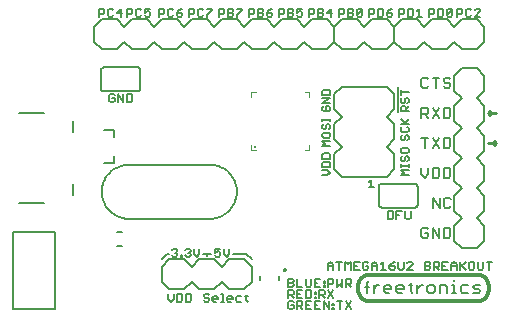
<source format=gto>
G75*
G70*
%OFA0B0*%
%FSLAX24Y24*%
%IPPOS*%
%LPD*%
%AMOC8*
5,1,8,0,0,1.08239X$1,22.5*
%
%ADD10C,0.0100*%
%ADD11C,0.0120*%
%ADD12C,0.0050*%
%ADD13C,0.0060*%
%ADD14C,0.0080*%
%ADD15C,0.0040*%
%ADD16C,0.0118*%
%ADD17C,0.0067*%
D10*
X018055Y006055D02*
X018305Y006055D01*
X018243Y005993D01*
X018305Y006055D02*
X018243Y006117D01*
X018243Y006118D01*
X018305Y006055D01*
X018305Y006055D01*
X018118Y006993D02*
X018055Y007055D01*
X018055Y007055D01*
X018118Y007118D01*
X018055Y007055D02*
X018305Y007055D01*
D11*
X017710Y001670D02*
X014090Y001670D01*
X014090Y001669D02*
X014053Y001666D01*
X014016Y001658D01*
X013981Y001647D01*
X013946Y001633D01*
X013914Y001615D01*
X013883Y001594D01*
X013854Y001571D01*
X013828Y001544D01*
X013804Y001515D01*
X013783Y001484D01*
X013766Y001451D01*
X013752Y001417D01*
X013741Y001381D01*
X013734Y001344D01*
X013730Y001307D01*
X013731Y001270D01*
X013730Y001270D02*
X013730Y001160D01*
X013731Y001124D01*
X013735Y001088D01*
X013743Y001052D01*
X013754Y001018D01*
X013769Y000984D01*
X013787Y000953D01*
X013808Y000923D01*
X013831Y000896D01*
X013858Y000870D01*
X013886Y000848D01*
X013917Y000829D01*
X013949Y000812D01*
X013983Y000799D01*
X014018Y000789D01*
X014054Y000783D01*
X014090Y000780D01*
X017710Y000780D01*
X017746Y000783D01*
X017782Y000789D01*
X017817Y000799D01*
X017851Y000812D01*
X017883Y000829D01*
X017914Y000848D01*
X017942Y000870D01*
X017969Y000896D01*
X017992Y000923D01*
X018013Y000953D01*
X018031Y000984D01*
X018046Y001018D01*
X018057Y001052D01*
X018065Y001088D01*
X018069Y001124D01*
X018070Y001160D01*
X018070Y001290D01*
X018069Y001326D01*
X018065Y001362D01*
X018057Y001398D01*
X018046Y001432D01*
X018031Y001466D01*
X018013Y001497D01*
X017992Y001527D01*
X017969Y001554D01*
X017942Y001580D01*
X017914Y001602D01*
X017883Y001621D01*
X017851Y001638D01*
X017817Y001651D01*
X017782Y001661D01*
X017746Y001667D01*
X017710Y001670D01*
D12*
X017759Y001830D02*
X017714Y001875D01*
X017714Y002100D01*
X017600Y002055D02*
X017555Y002100D01*
X017464Y002100D01*
X017419Y002055D01*
X017419Y001875D01*
X017464Y001830D01*
X017555Y001830D01*
X017600Y001875D01*
X017600Y002055D01*
X017894Y002100D02*
X017894Y001875D01*
X017849Y001830D01*
X017759Y001830D01*
X018099Y001830D02*
X018099Y002100D01*
X018009Y002100D02*
X018189Y002100D01*
X017305Y002100D02*
X017125Y001920D01*
X017170Y001965D02*
X017305Y001830D01*
X017125Y001830D02*
X017125Y002100D01*
X017010Y002010D02*
X017010Y001830D01*
X017010Y001965D02*
X016830Y001965D01*
X016830Y002010D02*
X016830Y001830D01*
X016716Y001830D02*
X016535Y001830D01*
X016535Y002100D01*
X016716Y002100D01*
X016830Y002010D02*
X016920Y002100D01*
X017010Y002010D01*
X016626Y001965D02*
X016535Y001965D01*
X016421Y001965D02*
X016376Y001920D01*
X016241Y001920D01*
X016331Y001920D02*
X016421Y001830D01*
X016421Y001965D02*
X016421Y002055D01*
X016376Y002100D01*
X016241Y002100D01*
X016241Y001830D01*
X016126Y001875D02*
X016126Y001920D01*
X016081Y001965D01*
X015946Y001965D01*
X015946Y001830D02*
X016081Y001830D01*
X016126Y001875D01*
X016081Y001965D02*
X016126Y002010D01*
X016126Y002055D01*
X016081Y002100D01*
X015946Y002100D01*
X015946Y001830D01*
X015537Y001830D02*
X015357Y001830D01*
X015537Y002010D01*
X015537Y002055D01*
X015492Y002100D01*
X015402Y002100D01*
X015357Y002055D01*
X015242Y002100D02*
X015242Y001875D01*
X015197Y001830D01*
X015107Y001830D01*
X015062Y001875D01*
X015062Y002100D01*
X014948Y002100D02*
X014858Y002055D01*
X014768Y001965D01*
X014903Y001965D01*
X014948Y001920D01*
X014948Y001875D01*
X014903Y001830D01*
X014813Y001830D01*
X014768Y001875D01*
X014768Y001965D01*
X014653Y001830D02*
X014473Y001830D01*
X014563Y001830D02*
X014563Y002100D01*
X014473Y002010D01*
X014358Y002010D02*
X014358Y001830D01*
X014358Y001965D02*
X014178Y001965D01*
X014178Y002010D02*
X014178Y001830D01*
X014064Y001875D02*
X014064Y001965D01*
X013974Y001965D01*
X014064Y001875D02*
X014019Y001830D01*
X013929Y001830D01*
X013884Y001875D01*
X013884Y002055D01*
X013929Y002100D01*
X014019Y002100D01*
X014064Y002055D01*
X014178Y002010D02*
X014268Y002100D01*
X014358Y002010D01*
X013769Y002100D02*
X013589Y002100D01*
X013589Y001830D01*
X013769Y001830D01*
X013679Y001965D02*
X013589Y001965D01*
X013474Y002100D02*
X013474Y001830D01*
X013294Y001830D02*
X013294Y002100D01*
X013384Y002010D01*
X013474Y002100D01*
X013180Y002100D02*
X013000Y002100D01*
X013090Y002100D02*
X013090Y001830D01*
X012885Y001830D02*
X012885Y002010D01*
X012795Y002100D01*
X012705Y002010D01*
X012705Y001830D01*
X012705Y001965D02*
X012885Y001965D01*
X012854Y001538D02*
X012718Y001538D01*
X012718Y001268D01*
X012718Y001358D02*
X012854Y001358D01*
X012899Y001403D01*
X012899Y001493D01*
X012854Y001538D01*
X013013Y001538D02*
X013013Y001268D01*
X013103Y001358D01*
X013193Y001268D01*
X013193Y001538D01*
X013308Y001538D02*
X013443Y001538D01*
X013488Y001493D01*
X013488Y001403D01*
X013443Y001358D01*
X013308Y001358D01*
X013398Y001358D02*
X013488Y001268D01*
X013308Y001268D02*
X013308Y001538D01*
X012899Y001163D02*
X012718Y000892D01*
X012751Y000788D02*
X012751Y000517D01*
X012571Y000788D01*
X012571Y000517D01*
X012457Y000517D02*
X012276Y000517D01*
X012276Y000788D01*
X012457Y000788D01*
X012424Y000892D02*
X012424Y001163D01*
X012559Y001163D01*
X012604Y001118D01*
X012604Y001028D01*
X012559Y000983D01*
X012424Y000983D01*
X012514Y000983D02*
X012604Y000892D01*
X012322Y000892D02*
X012276Y000892D01*
X012276Y000938D01*
X012322Y000938D01*
X012322Y000892D01*
X012322Y001028D02*
X012276Y001028D01*
X012276Y001073D01*
X012322Y001073D01*
X012322Y001028D01*
X012162Y000938D02*
X012162Y001118D01*
X012117Y001163D01*
X011982Y001163D01*
X011982Y000892D01*
X012117Y000892D01*
X012162Y000938D01*
X012162Y000788D02*
X011982Y000788D01*
X011982Y000517D01*
X012162Y000517D01*
X012072Y000653D02*
X011982Y000653D01*
X011867Y000653D02*
X011867Y000743D01*
X011822Y000788D01*
X011687Y000788D01*
X011687Y000517D01*
X011687Y000608D02*
X011822Y000608D01*
X011867Y000653D01*
X011777Y000608D02*
X011867Y000517D01*
X011573Y000563D02*
X011573Y000653D01*
X011483Y000653D01*
X011573Y000743D02*
X011528Y000788D01*
X011438Y000788D01*
X011392Y000743D01*
X011392Y000563D01*
X011438Y000517D01*
X011528Y000517D01*
X011573Y000563D01*
X011573Y000892D02*
X011483Y000983D01*
X011528Y000983D02*
X011393Y000983D01*
X011393Y000892D02*
X011393Y001163D01*
X011528Y001163D01*
X011573Y001118D01*
X011573Y001028D01*
X011528Y000983D01*
X011687Y001028D02*
X011777Y001028D01*
X011687Y001163D02*
X011687Y000892D01*
X011867Y000892D01*
X011867Y001163D02*
X011687Y001163D01*
X011687Y001268D02*
X011867Y001268D01*
X011982Y001313D02*
X012027Y001268D01*
X012117Y001268D01*
X012162Y001313D01*
X012162Y001538D01*
X012276Y001538D02*
X012276Y001268D01*
X012457Y001268D01*
X012571Y001268D02*
X012571Y001313D01*
X012616Y001313D01*
X012616Y001268D01*
X012571Y001268D01*
X012571Y001403D02*
X012571Y001448D01*
X012616Y001448D01*
X012616Y001403D01*
X012571Y001403D01*
X012457Y001538D02*
X012276Y001538D01*
X012276Y001403D02*
X012367Y001403D01*
X011982Y001313D02*
X011982Y001538D01*
X011687Y001538D02*
X011687Y001268D01*
X011573Y001313D02*
X011528Y001268D01*
X011393Y001268D01*
X011393Y001538D01*
X011528Y001538D01*
X011573Y001493D01*
X011573Y001448D01*
X011528Y001403D01*
X011393Y001403D01*
X011528Y001403D02*
X011573Y001358D01*
X011573Y001313D01*
X011088Y001476D02*
X011088Y001634D01*
X010458Y001634D02*
X010458Y001476D01*
X009991Y000993D02*
X009991Y000813D01*
X010036Y000768D01*
X009832Y000768D02*
X009697Y000768D01*
X009651Y000813D01*
X009651Y000903D01*
X009697Y000948D01*
X009832Y000948D01*
X009946Y000948D02*
X010036Y000948D01*
X009537Y000903D02*
X009537Y000858D01*
X009357Y000858D01*
X009357Y000813D02*
X009357Y000903D01*
X009402Y000948D01*
X009492Y000948D01*
X009537Y000903D01*
X009402Y000768D02*
X009357Y000813D01*
X009402Y000768D02*
X009492Y000768D01*
X009250Y000768D02*
X009160Y000768D01*
X009205Y000768D02*
X009205Y001038D01*
X009160Y001038D01*
X009046Y000903D02*
X009046Y000858D01*
X008866Y000858D01*
X008866Y000813D02*
X008866Y000903D01*
X008911Y000948D01*
X009001Y000948D01*
X009046Y000903D01*
X008911Y000768D02*
X008866Y000813D01*
X008911Y000768D02*
X009001Y000768D01*
X008751Y000813D02*
X008706Y000768D01*
X008616Y000768D01*
X008571Y000813D01*
X008616Y000903D02*
X008706Y000903D01*
X008751Y000858D01*
X008751Y000813D01*
X008616Y000903D02*
X008571Y000948D01*
X008571Y000993D01*
X008616Y001038D01*
X008706Y001038D01*
X008751Y000993D01*
X008162Y000993D02*
X008162Y000813D01*
X008117Y000768D01*
X007982Y000768D01*
X007982Y001038D01*
X008117Y001038D01*
X008162Y000993D01*
X007867Y000993D02*
X007867Y000813D01*
X007822Y000768D01*
X007687Y000768D01*
X007687Y001038D01*
X007822Y001038D01*
X007867Y000993D01*
X007573Y001038D02*
X007573Y000858D01*
X007483Y000768D01*
X007393Y000858D01*
X007393Y001038D01*
X007563Y002268D02*
X007518Y002313D01*
X007563Y002268D02*
X007653Y002268D01*
X007698Y002313D01*
X007698Y002358D01*
X007653Y002403D01*
X007608Y002403D01*
X007653Y002403D02*
X007698Y002448D01*
X007698Y002493D01*
X007653Y002538D01*
X007563Y002538D01*
X007518Y002493D01*
X007812Y002313D02*
X007857Y002313D01*
X007857Y002268D01*
X007812Y002268D01*
X007812Y002313D01*
X007959Y002313D02*
X008005Y002268D01*
X008095Y002268D01*
X008140Y002313D01*
X008140Y002358D01*
X008095Y002403D01*
X008050Y002403D01*
X008095Y002403D02*
X008140Y002448D01*
X008140Y002493D01*
X008095Y002538D01*
X008005Y002538D01*
X007959Y002493D01*
X008254Y002538D02*
X008254Y002358D01*
X008344Y002268D01*
X008434Y002358D01*
X008434Y002538D01*
X008955Y002538D02*
X008955Y002403D01*
X009045Y002448D01*
X009090Y002448D01*
X009135Y002403D01*
X009135Y002313D01*
X009090Y002268D01*
X009000Y002268D01*
X008955Y002313D01*
X008955Y002538D02*
X009135Y002538D01*
X009250Y002538D02*
X009250Y002358D01*
X009340Y002268D01*
X009430Y002358D01*
X009430Y002538D01*
X012276Y000653D02*
X012367Y000653D01*
X012866Y000653D02*
X012866Y000698D01*
X012911Y000698D01*
X012911Y000653D01*
X012866Y000653D01*
X012866Y000563D02*
X012866Y000517D01*
X012911Y000517D01*
X012911Y000563D01*
X012866Y000563D01*
X013103Y000517D02*
X013103Y000788D01*
X013013Y000788D02*
X013193Y000788D01*
X013308Y000788D02*
X013488Y000517D01*
X013308Y000517D02*
X013488Y000788D01*
X012899Y000892D02*
X012718Y001163D01*
X014705Y003518D02*
X014840Y003518D01*
X014885Y003563D01*
X014885Y003743D01*
X014840Y003788D01*
X014705Y003788D01*
X014705Y003518D01*
X015000Y003518D02*
X015000Y003788D01*
X015180Y003788D01*
X015294Y003788D02*
X015294Y003563D01*
X015339Y003518D01*
X015429Y003518D01*
X015474Y003563D01*
X015474Y003788D01*
X015090Y003653D02*
X015000Y003653D01*
X014247Y004580D02*
X014080Y004580D01*
X014163Y004580D02*
X014163Y004830D01*
X014080Y004747D01*
X015155Y004986D02*
X015238Y005070D01*
X015155Y005153D01*
X015405Y005153D01*
X015405Y005263D02*
X015405Y005346D01*
X015405Y005304D02*
X015155Y005304D01*
X015155Y005263D02*
X015155Y005346D01*
X015196Y005447D02*
X015238Y005447D01*
X015280Y005488D01*
X015280Y005572D01*
X015322Y005613D01*
X015363Y005613D01*
X015405Y005572D01*
X015405Y005488D01*
X015363Y005447D01*
X015196Y005447D02*
X015155Y005488D01*
X015155Y005572D01*
X015196Y005613D01*
X015196Y005723D02*
X015363Y005723D01*
X015405Y005765D01*
X015405Y005848D01*
X015363Y005890D01*
X015196Y005890D01*
X015155Y005848D01*
X015155Y005765D01*
X015196Y005723D01*
X015196Y006143D02*
X015238Y006143D01*
X015280Y006184D01*
X015280Y006268D01*
X015322Y006309D01*
X015363Y006309D01*
X015405Y006268D01*
X015405Y006184D01*
X015363Y006143D01*
X015196Y006143D02*
X015155Y006184D01*
X015155Y006268D01*
X015196Y006309D01*
X015196Y006419D02*
X015363Y006419D01*
X015405Y006460D01*
X015405Y006544D01*
X015363Y006586D01*
X015322Y006695D02*
X015155Y006862D01*
X015155Y006695D02*
X015405Y006695D01*
X015280Y006737D02*
X015405Y006862D01*
X015196Y006586D02*
X015155Y006544D01*
X015155Y006460D01*
X015196Y006419D01*
X015055Y007086D02*
X015055Y007915D01*
X015155Y007831D02*
X015155Y007664D01*
X015155Y007747D02*
X015405Y007747D01*
X015363Y007554D02*
X015405Y007513D01*
X015405Y007429D01*
X015363Y007388D01*
X015280Y007429D02*
X015280Y007513D01*
X015322Y007554D01*
X015363Y007554D01*
X015280Y007429D02*
X015238Y007388D01*
X015196Y007388D01*
X015155Y007429D01*
X015155Y007513D01*
X015196Y007554D01*
X015196Y007278D02*
X015280Y007278D01*
X015322Y007236D01*
X015322Y007111D01*
X015405Y007111D02*
X015155Y007111D01*
X015155Y007236D01*
X015196Y007278D01*
X015322Y007195D02*
X015405Y007278D01*
X012780Y007236D02*
X012780Y007153D01*
X012738Y007111D01*
X012572Y007111D01*
X012530Y007153D01*
X012530Y007236D01*
X012572Y007278D01*
X012655Y007278D02*
X012655Y007195D01*
X012655Y007278D02*
X012738Y007278D01*
X012780Y007236D01*
X012780Y007387D02*
X012530Y007387D01*
X012780Y007554D01*
X012530Y007554D01*
X012530Y007664D02*
X012530Y007789D01*
X012572Y007831D01*
X012738Y007831D01*
X012780Y007789D01*
X012780Y007664D01*
X012530Y007664D01*
X012530Y006867D02*
X012530Y006784D01*
X012530Y006825D02*
X012780Y006825D01*
X012780Y006784D02*
X012780Y006867D01*
X012738Y006674D02*
X012780Y006633D01*
X012780Y006549D01*
X012738Y006507D01*
X012655Y006549D02*
X012655Y006633D01*
X012697Y006674D01*
X012738Y006674D01*
X012571Y006674D02*
X012530Y006633D01*
X012530Y006549D01*
X012571Y006507D01*
X012613Y006507D01*
X012655Y006549D01*
X012738Y006398D02*
X012571Y006398D01*
X012530Y006356D01*
X012530Y006273D01*
X012571Y006231D01*
X012738Y006231D01*
X012780Y006273D01*
X012780Y006356D01*
X012738Y006398D01*
X012780Y006122D02*
X012530Y006122D01*
X012613Y006038D01*
X012530Y005955D01*
X012780Y005955D01*
X012738Y005706D02*
X012571Y005706D01*
X012530Y005664D01*
X012530Y005539D01*
X012780Y005539D01*
X012780Y005664D01*
X012738Y005706D01*
X012738Y005429D02*
X012571Y005429D01*
X012530Y005388D01*
X012530Y005262D01*
X012780Y005262D01*
X012780Y005388D01*
X012738Y005429D01*
X012697Y005153D02*
X012530Y005153D01*
X012697Y005153D02*
X012780Y005070D01*
X012697Y004986D01*
X012530Y004986D01*
X015155Y004986D02*
X015405Y004986D01*
X015375Y010267D02*
X015510Y010267D01*
X015555Y010313D01*
X015555Y010493D01*
X015510Y010538D01*
X015375Y010538D01*
X015375Y010267D01*
X015260Y010403D02*
X015215Y010358D01*
X015080Y010358D01*
X015080Y010267D02*
X015080Y010538D01*
X015215Y010538D01*
X015260Y010493D01*
X015260Y010403D01*
X014849Y010358D02*
X014849Y010313D01*
X014804Y010267D01*
X014714Y010267D01*
X014669Y010313D01*
X014669Y010403D01*
X014804Y010403D01*
X014849Y010358D01*
X014759Y010493D02*
X014669Y010403D01*
X014759Y010493D02*
X014849Y010538D01*
X014555Y010493D02*
X014510Y010538D01*
X014375Y010538D01*
X014375Y010267D01*
X014510Y010267D01*
X014555Y010313D01*
X014555Y010493D01*
X014260Y010493D02*
X014260Y010403D01*
X014215Y010358D01*
X014080Y010358D01*
X014080Y010267D02*
X014080Y010538D01*
X014215Y010538D01*
X014260Y010493D01*
X013849Y010493D02*
X013849Y010313D01*
X013804Y010267D01*
X013714Y010267D01*
X013669Y010313D01*
X013849Y010493D01*
X013804Y010538D01*
X013714Y010538D01*
X013669Y010493D01*
X013669Y010313D01*
X013555Y010313D02*
X013555Y010358D01*
X013510Y010403D01*
X013375Y010403D01*
X013260Y010403D02*
X013215Y010358D01*
X013080Y010358D01*
X013080Y010267D02*
X013080Y010538D01*
X013215Y010538D01*
X013260Y010493D01*
X013260Y010403D01*
X013375Y010538D02*
X013375Y010267D01*
X013510Y010267D01*
X013555Y010313D01*
X013510Y010403D02*
X013555Y010448D01*
X013555Y010493D01*
X013510Y010538D01*
X013375Y010538D01*
X012849Y010403D02*
X012669Y010403D01*
X012804Y010538D01*
X012804Y010267D01*
X012555Y010313D02*
X012555Y010358D01*
X012510Y010403D01*
X012375Y010403D01*
X012260Y010403D02*
X012215Y010358D01*
X012080Y010358D01*
X012080Y010267D02*
X012080Y010538D01*
X012215Y010538D01*
X012260Y010493D01*
X012260Y010403D01*
X012375Y010538D02*
X012375Y010267D01*
X012510Y010267D01*
X012555Y010313D01*
X012510Y010403D02*
X012555Y010448D01*
X012555Y010493D01*
X012510Y010538D01*
X012375Y010538D01*
X011849Y010538D02*
X011669Y010538D01*
X011669Y010403D01*
X011759Y010448D01*
X011804Y010448D01*
X011849Y010403D01*
X011849Y010313D01*
X011804Y010267D01*
X011714Y010267D01*
X011669Y010313D01*
X011555Y010313D02*
X011510Y010267D01*
X011375Y010267D01*
X011375Y010538D01*
X011510Y010538D01*
X011555Y010493D01*
X011555Y010448D01*
X011510Y010403D01*
X011375Y010403D01*
X011260Y010403D02*
X011260Y010493D01*
X011215Y010538D01*
X011080Y010538D01*
X011080Y010267D01*
X011080Y010358D02*
X011215Y010358D01*
X011260Y010403D01*
X011510Y010403D02*
X011555Y010358D01*
X011555Y010313D01*
X010849Y010313D02*
X010849Y010358D01*
X010804Y010403D01*
X010669Y010403D01*
X010669Y010313D01*
X010714Y010268D01*
X010804Y010268D01*
X010849Y010313D01*
X010759Y010493D02*
X010669Y010403D01*
X010555Y010448D02*
X010510Y010403D01*
X010375Y010403D01*
X010260Y010403D02*
X010260Y010493D01*
X010215Y010538D01*
X010080Y010538D01*
X010080Y010268D01*
X010080Y010358D02*
X010215Y010358D01*
X010260Y010403D01*
X010375Y010268D02*
X010375Y010538D01*
X010510Y010538D01*
X010555Y010493D01*
X010555Y010448D01*
X010510Y010403D02*
X010555Y010358D01*
X010555Y010313D01*
X010510Y010268D01*
X010375Y010268D01*
X010759Y010493D02*
X010849Y010538D01*
X009849Y010538D02*
X009849Y010493D01*
X009669Y010313D01*
X009669Y010267D01*
X009555Y010313D02*
X009555Y010358D01*
X009510Y010403D01*
X009375Y010403D01*
X009260Y010403D02*
X009215Y010358D01*
X009080Y010358D01*
X009080Y010267D02*
X009080Y010538D01*
X009215Y010538D01*
X009260Y010493D01*
X009260Y010403D01*
X009375Y010538D02*
X009375Y010267D01*
X009510Y010267D01*
X009555Y010313D01*
X009510Y010403D02*
X009555Y010448D01*
X009555Y010493D01*
X009510Y010538D01*
X009375Y010538D01*
X009669Y010538D02*
X009849Y010538D01*
X008849Y010538D02*
X008849Y010493D01*
X008669Y010313D01*
X008669Y010267D01*
X008555Y010313D02*
X008510Y010267D01*
X008420Y010267D01*
X008375Y010313D01*
X008375Y010493D01*
X008420Y010538D01*
X008510Y010538D01*
X008555Y010493D01*
X008669Y010538D02*
X008849Y010538D01*
X008260Y010493D02*
X008260Y010403D01*
X008215Y010358D01*
X008080Y010358D01*
X008080Y010267D02*
X008080Y010538D01*
X008215Y010538D01*
X008260Y010493D01*
X007849Y010538D02*
X007759Y010493D01*
X007669Y010403D01*
X007804Y010403D01*
X007849Y010358D01*
X007849Y010313D01*
X007804Y010267D01*
X007714Y010267D01*
X007669Y010313D01*
X007669Y010403D01*
X007555Y010493D02*
X007510Y010538D01*
X007420Y010538D01*
X007375Y010493D01*
X007375Y010313D01*
X007420Y010267D01*
X007510Y010267D01*
X007555Y010313D01*
X007260Y010403D02*
X007260Y010493D01*
X007215Y010538D01*
X007080Y010538D01*
X007080Y010267D01*
X007080Y010358D02*
X007215Y010358D01*
X007260Y010403D01*
X006787Y010403D02*
X006787Y010313D01*
X006742Y010268D01*
X006652Y010268D01*
X006607Y010313D01*
X006607Y010403D02*
X006697Y010448D01*
X006742Y010448D01*
X006787Y010403D01*
X006787Y010538D02*
X006607Y010538D01*
X006607Y010403D01*
X006492Y010493D02*
X006447Y010538D01*
X006357Y010538D01*
X006312Y010493D01*
X006312Y010313D01*
X006357Y010268D01*
X006447Y010268D01*
X006492Y010313D01*
X006198Y010403D02*
X006198Y010493D01*
X006153Y010538D01*
X006017Y010538D01*
X006017Y010268D01*
X006017Y010358D02*
X006153Y010358D01*
X006198Y010403D01*
X005849Y010403D02*
X005669Y010403D01*
X005804Y010538D01*
X005804Y010268D01*
X005555Y010313D02*
X005510Y010268D01*
X005420Y010268D01*
X005375Y010313D01*
X005375Y010493D01*
X005420Y010538D01*
X005510Y010538D01*
X005555Y010493D01*
X005260Y010493D02*
X005260Y010403D01*
X005215Y010358D01*
X005080Y010358D01*
X005080Y010268D02*
X005080Y010538D01*
X005215Y010538D01*
X005260Y010493D01*
X005469Y007694D02*
X005424Y007649D01*
X005424Y007469D01*
X005469Y007424D01*
X005559Y007424D01*
X005604Y007469D01*
X005604Y007559D01*
X005514Y007559D01*
X005604Y007649D02*
X005559Y007694D01*
X005469Y007694D01*
X005718Y007694D02*
X005899Y007424D01*
X005899Y007694D01*
X006013Y007694D02*
X006148Y007694D01*
X006193Y007649D01*
X006193Y007469D01*
X006148Y007424D01*
X006013Y007424D01*
X006013Y007694D01*
X005718Y007694D02*
X005718Y007424D01*
X015669Y010267D02*
X015849Y010267D01*
X015759Y010267D02*
X015759Y010538D01*
X015669Y010448D01*
X016080Y010538D02*
X016080Y010267D01*
X016080Y010358D02*
X016215Y010358D01*
X016260Y010403D01*
X016260Y010493D01*
X016215Y010538D01*
X016080Y010538D01*
X016375Y010538D02*
X016510Y010538D01*
X016555Y010493D01*
X016555Y010313D01*
X016510Y010267D01*
X016375Y010267D01*
X016375Y010538D01*
X016669Y010493D02*
X016669Y010313D01*
X016849Y010493D01*
X016849Y010313D01*
X016804Y010267D01*
X016714Y010267D01*
X016669Y010313D01*
X016669Y010493D02*
X016714Y010538D01*
X016804Y010538D01*
X016849Y010493D01*
X017018Y010538D02*
X017153Y010538D01*
X017198Y010493D01*
X017198Y010403D01*
X017153Y010358D01*
X017018Y010358D01*
X017018Y010267D02*
X017018Y010538D01*
X017312Y010493D02*
X017312Y010313D01*
X017357Y010267D01*
X017447Y010267D01*
X017492Y010313D01*
X017607Y010267D02*
X017787Y010448D01*
X017787Y010493D01*
X017742Y010538D01*
X017652Y010538D01*
X017607Y010493D01*
X017492Y010493D02*
X017447Y010538D01*
X017357Y010538D01*
X017312Y010493D01*
X017607Y010267D02*
X017787Y010267D01*
D13*
X016742Y008238D02*
X016628Y008238D01*
X016572Y008181D01*
X016572Y008124D01*
X016628Y008068D01*
X016742Y008068D01*
X016798Y008011D01*
X016798Y007954D01*
X016742Y007898D01*
X016628Y007898D01*
X016572Y007954D01*
X016317Y007898D02*
X016317Y008238D01*
X016430Y008238D02*
X016203Y008238D01*
X016062Y008181D02*
X016005Y008238D01*
X015892Y008238D01*
X015835Y008181D01*
X015835Y007954D01*
X015892Y007898D01*
X016005Y007898D01*
X016062Y007954D01*
X016742Y008238D02*
X016798Y008181D01*
X016742Y007238D02*
X016572Y007238D01*
X016572Y006898D01*
X016742Y006898D01*
X016798Y006954D01*
X016798Y007181D01*
X016742Y007238D01*
X016430Y007238D02*
X016203Y006898D01*
X016062Y006898D02*
X015948Y007011D01*
X016005Y007011D02*
X015835Y007011D01*
X015835Y006898D02*
X015835Y007238D01*
X016005Y007238D01*
X016062Y007181D01*
X016062Y007068D01*
X016005Y007011D01*
X016203Y007238D02*
X016430Y006898D01*
X016430Y006238D02*
X016203Y005897D01*
X015948Y005897D02*
X015948Y006238D01*
X015835Y006238D02*
X016062Y006238D01*
X016203Y006238D02*
X016430Y005897D01*
X016572Y005897D02*
X016742Y005897D01*
X016798Y005954D01*
X016798Y006181D01*
X016742Y006238D01*
X016572Y006238D01*
X016572Y005897D01*
X016572Y005238D02*
X016742Y005238D01*
X016798Y005181D01*
X016798Y004954D01*
X016742Y004898D01*
X016572Y004898D01*
X016572Y005238D01*
X016430Y005181D02*
X016373Y005238D01*
X016203Y005238D01*
X016203Y004898D01*
X016373Y004898D01*
X016430Y004954D01*
X016430Y005181D01*
X016062Y005238D02*
X016062Y005011D01*
X015948Y004898D01*
X015835Y005011D01*
X015835Y005238D01*
X014930Y005180D02*
X014930Y005680D01*
X014680Y005930D01*
X014930Y006180D01*
X014930Y006680D01*
X014680Y006930D01*
X014930Y007180D01*
X014930Y007680D01*
X014680Y007930D01*
X013180Y007930D01*
X012930Y007680D01*
X012930Y007180D01*
X013180Y006930D01*
X012930Y006680D01*
X012930Y006180D01*
X013180Y005930D01*
X012930Y005680D01*
X012930Y005180D01*
X013180Y004930D01*
X014680Y004930D01*
X014930Y005180D01*
X014505Y004705D02*
X015605Y004705D01*
X015622Y004703D01*
X015639Y004699D01*
X015655Y004692D01*
X015669Y004682D01*
X015682Y004669D01*
X015692Y004655D01*
X015699Y004639D01*
X015703Y004622D01*
X015705Y004605D01*
X015705Y004005D01*
X015703Y003988D01*
X015699Y003971D01*
X015692Y003955D01*
X015682Y003941D01*
X015669Y003928D01*
X015655Y003918D01*
X015639Y003911D01*
X015622Y003907D01*
X015605Y003905D01*
X014505Y003905D01*
X014488Y003907D01*
X014471Y003911D01*
X014455Y003918D01*
X014441Y003928D01*
X014428Y003941D01*
X014418Y003955D01*
X014411Y003971D01*
X014407Y003988D01*
X014405Y004005D01*
X014405Y004605D01*
X014407Y004622D01*
X014411Y004639D01*
X014418Y004655D01*
X014428Y004669D01*
X014441Y004682D01*
X014455Y004692D01*
X014471Y004699D01*
X014488Y004703D01*
X014505Y004705D01*
X016210Y004238D02*
X016210Y003898D01*
X016437Y003898D02*
X016437Y004238D01*
X016578Y004181D02*
X016578Y003954D01*
X016635Y003898D01*
X016748Y003898D01*
X016805Y003954D01*
X016805Y004181D02*
X016748Y004238D01*
X016635Y004238D01*
X016578Y004181D01*
X016437Y003898D02*
X016210Y004238D01*
X016203Y003238D02*
X016430Y002898D01*
X016430Y003238D01*
X016572Y003238D02*
X016742Y003238D01*
X016798Y003181D01*
X016798Y002954D01*
X016742Y002898D01*
X016572Y002898D01*
X016572Y003238D01*
X016203Y003238D02*
X016203Y002898D01*
X016062Y002954D02*
X016062Y003068D01*
X015948Y003068D01*
X015835Y003181D02*
X015835Y002954D01*
X015892Y002898D01*
X016005Y002898D01*
X016062Y002954D01*
X016062Y003181D02*
X016005Y003238D01*
X015892Y003238D01*
X015835Y003181D01*
X006455Y007880D02*
X006455Y008480D01*
X006453Y008497D01*
X006449Y008514D01*
X006442Y008530D01*
X006432Y008544D01*
X006419Y008557D01*
X006405Y008567D01*
X006389Y008574D01*
X006372Y008578D01*
X006355Y008580D01*
X005255Y008580D01*
X005238Y008578D01*
X005221Y008574D01*
X005205Y008567D01*
X005191Y008557D01*
X005178Y008544D01*
X005168Y008530D01*
X005161Y008514D01*
X005157Y008497D01*
X005155Y008480D01*
X005155Y007880D01*
X005157Y007863D01*
X005161Y007846D01*
X005168Y007830D01*
X005178Y007816D01*
X005191Y007803D01*
X005205Y007793D01*
X005221Y007786D01*
X005238Y007782D01*
X005255Y007780D01*
X006355Y007780D01*
X006372Y007782D01*
X006389Y007786D01*
X006405Y007793D01*
X006419Y007803D01*
X006432Y007816D01*
X006442Y007830D01*
X006449Y007846D01*
X006453Y007863D01*
X006455Y007880D01*
X005860Y003104D02*
X005700Y003104D01*
X005700Y002631D02*
X005860Y002631D01*
D14*
X002230Y003095D02*
X002230Y000515D01*
X003630Y000515D01*
X003630Y003095D01*
X002230Y003095D01*
X002418Y004059D02*
X003245Y004059D01*
X004229Y004335D02*
X004229Y004689D01*
X005266Y005379D02*
X005581Y005379D01*
X005581Y005615D01*
X006080Y005330D02*
X008780Y005330D01*
X008839Y005328D01*
X008897Y005322D01*
X008956Y005313D01*
X009013Y005299D01*
X009069Y005282D01*
X009124Y005261D01*
X009178Y005237D01*
X009230Y005209D01*
X009280Y005178D01*
X009328Y005144D01*
X009373Y005107D01*
X009416Y005066D01*
X009457Y005023D01*
X009494Y004978D01*
X009528Y004930D01*
X009559Y004880D01*
X009587Y004828D01*
X009611Y004774D01*
X009632Y004719D01*
X009649Y004663D01*
X009663Y004606D01*
X009672Y004547D01*
X009678Y004489D01*
X009680Y004430D01*
X009678Y004371D01*
X009672Y004313D01*
X009663Y004254D01*
X009649Y004197D01*
X009632Y004141D01*
X009611Y004086D01*
X009587Y004032D01*
X009559Y003980D01*
X009528Y003930D01*
X009494Y003882D01*
X009457Y003837D01*
X009416Y003794D01*
X009373Y003753D01*
X009328Y003716D01*
X009280Y003682D01*
X009230Y003651D01*
X009178Y003623D01*
X009124Y003599D01*
X009069Y003578D01*
X009013Y003561D01*
X008956Y003547D01*
X008897Y003538D01*
X008839Y003532D01*
X008780Y003530D01*
X006080Y003530D01*
X006021Y003532D01*
X005963Y003538D01*
X005904Y003547D01*
X005847Y003561D01*
X005791Y003578D01*
X005736Y003599D01*
X005682Y003623D01*
X005630Y003651D01*
X005580Y003682D01*
X005532Y003716D01*
X005487Y003753D01*
X005444Y003794D01*
X005403Y003837D01*
X005366Y003882D01*
X005332Y003930D01*
X005301Y003980D01*
X005273Y004032D01*
X005249Y004086D01*
X005228Y004141D01*
X005211Y004197D01*
X005197Y004254D01*
X005188Y004313D01*
X005182Y004371D01*
X005180Y004430D01*
X005182Y004489D01*
X005188Y004547D01*
X005197Y004606D01*
X005211Y004663D01*
X005228Y004719D01*
X005249Y004774D01*
X005273Y004828D01*
X005301Y004880D01*
X005332Y004930D01*
X005366Y004978D01*
X005403Y005023D01*
X005444Y005066D01*
X005487Y005107D01*
X005532Y005144D01*
X005580Y005178D01*
X005630Y005209D01*
X005682Y005237D01*
X005736Y005261D01*
X005791Y005282D01*
X005847Y005299D01*
X005904Y005313D01*
X005963Y005322D01*
X006021Y005328D01*
X006080Y005330D01*
X005581Y006245D02*
X005581Y006481D01*
X005266Y006481D01*
X004229Y006421D02*
X004229Y006775D01*
X003245Y007051D02*
X002418Y007051D01*
X004930Y009430D02*
X005180Y009180D01*
X005680Y009180D01*
X005930Y009430D01*
X006180Y009180D01*
X006680Y009180D01*
X006930Y009430D01*
X007180Y009180D01*
X007680Y009180D01*
X007930Y009430D01*
X008180Y009180D01*
X008680Y009180D01*
X008930Y009430D01*
X009180Y009180D01*
X009680Y009180D01*
X009930Y009430D01*
X010180Y009180D01*
X010680Y009180D01*
X010930Y009430D01*
X011180Y009180D01*
X011680Y009180D01*
X011930Y009430D01*
X012180Y009180D01*
X012680Y009180D01*
X012930Y009430D01*
X013180Y009180D01*
X013680Y009180D01*
X013930Y009430D01*
X014180Y009180D01*
X014680Y009180D01*
X014930Y009430D01*
X014930Y009930D01*
X015180Y010180D01*
X015680Y010180D01*
X015930Y009930D01*
X016180Y010180D01*
X016680Y010180D01*
X016930Y009930D01*
X017180Y010180D01*
X017680Y010180D01*
X017930Y009930D01*
X017930Y009430D01*
X017680Y009180D01*
X017180Y009180D01*
X016930Y009430D01*
X016680Y009180D01*
X016180Y009180D01*
X015930Y009430D01*
X015680Y009180D01*
X015180Y009180D01*
X014930Y009430D01*
X014930Y009930D01*
X014680Y010180D01*
X014180Y010180D01*
X013930Y009930D01*
X013680Y010180D01*
X013180Y010180D01*
X012930Y009930D01*
X012930Y009430D01*
X012930Y009930D01*
X012680Y010180D01*
X012180Y010180D01*
X011930Y009930D01*
X011680Y010180D01*
X011180Y010180D01*
X010930Y009930D01*
X010680Y010180D01*
X010180Y010180D01*
X009930Y009930D01*
X009680Y010180D01*
X009180Y010180D01*
X008930Y009930D01*
X008680Y010180D01*
X008180Y010180D01*
X007930Y009930D01*
X007680Y010180D01*
X007180Y010180D01*
X006930Y009930D01*
X006680Y010180D01*
X006180Y010180D01*
X005930Y009930D01*
X005680Y010180D01*
X005180Y010180D01*
X004930Y009930D01*
X004930Y009430D01*
X007368Y002368D02*
X007430Y002368D01*
X007368Y002368D02*
X007180Y002180D01*
X007430Y002180D02*
X007180Y001930D01*
X007180Y001430D01*
X007430Y001180D01*
X007930Y001180D01*
X008180Y001430D01*
X008430Y001180D01*
X008930Y001180D01*
X009180Y001430D01*
X009430Y001180D01*
X009930Y001180D01*
X010180Y001430D01*
X010180Y001930D01*
X009930Y002180D01*
X009430Y002180D01*
X009180Y001930D01*
X008930Y002180D01*
X008430Y002180D01*
X008180Y001930D01*
X007930Y002180D01*
X007430Y002180D01*
X008555Y002368D02*
X008680Y002368D01*
X008805Y002368D01*
X008680Y002368D02*
X008680Y002305D01*
X009555Y002368D02*
X009993Y002368D01*
X010180Y002180D01*
X013960Y001255D02*
X014083Y001255D01*
X014022Y001379D02*
X014083Y001440D01*
X014022Y001379D02*
X014022Y001070D01*
X014236Y001070D02*
X014236Y001317D01*
X014236Y001193D02*
X014360Y001317D01*
X014421Y001317D01*
X014582Y001255D02*
X014582Y001132D01*
X014643Y001070D01*
X014767Y001070D01*
X014828Y001193D02*
X014582Y001193D01*
X014582Y001255D02*
X014643Y001317D01*
X014767Y001317D01*
X014828Y001255D01*
X014828Y001193D01*
X014996Y001193D02*
X015243Y001193D01*
X015243Y001255D01*
X015181Y001317D01*
X015058Y001317D01*
X014996Y001255D01*
X014996Y001132D01*
X015058Y001070D01*
X015181Y001070D01*
X015472Y001132D02*
X015534Y001070D01*
X015472Y001132D02*
X015472Y001379D01*
X015410Y001317D02*
X015534Y001317D01*
X015686Y001317D02*
X015686Y001070D01*
X015686Y001193D02*
X015810Y001317D01*
X015872Y001317D01*
X016032Y001255D02*
X016032Y001132D01*
X016093Y001070D01*
X016217Y001070D01*
X016279Y001132D01*
X016279Y001255D01*
X016217Y001317D01*
X016093Y001317D01*
X016032Y001255D01*
X016446Y001317D02*
X016446Y001070D01*
X016693Y001070D02*
X016693Y001255D01*
X016631Y001317D01*
X016446Y001317D01*
X016860Y001317D02*
X016922Y001317D01*
X016922Y001070D01*
X016860Y001070D02*
X016984Y001070D01*
X017137Y001132D02*
X017198Y001070D01*
X017384Y001070D01*
X017551Y001070D02*
X017736Y001070D01*
X017798Y001132D01*
X017736Y001193D01*
X017613Y001193D01*
X017551Y001255D01*
X017613Y001317D01*
X017798Y001317D01*
X017384Y001317D02*
X017198Y001317D01*
X017137Y001255D01*
X017137Y001132D01*
X016922Y001440D02*
X016922Y001502D01*
X017180Y002555D02*
X016930Y002805D01*
X016930Y003305D01*
X017180Y003555D01*
X016930Y003805D01*
X016930Y004305D01*
X017180Y004555D01*
X016930Y004805D01*
X016930Y005305D01*
X017180Y005555D01*
X016930Y005805D01*
X016930Y006305D01*
X017180Y006555D01*
X016930Y006805D01*
X016930Y007305D01*
X017180Y007555D01*
X016930Y007805D01*
X016930Y008305D01*
X017180Y008555D01*
X017680Y008555D01*
X017930Y008305D01*
X017930Y007805D01*
X017680Y007555D01*
X017930Y007305D01*
X017930Y006805D01*
X017680Y006555D01*
X017930Y006305D01*
X017930Y005805D01*
X017680Y005555D01*
X017930Y005305D01*
X017930Y004805D01*
X017680Y004555D01*
X017930Y004305D01*
X017930Y003805D01*
X017680Y003555D01*
X017930Y003305D01*
X017930Y002805D01*
X017680Y002555D01*
X017180Y002555D01*
D15*
X012095Y005815D02*
X011937Y005815D01*
X012095Y005815D02*
X012095Y005973D01*
X010323Y005815D02*
X010165Y005815D01*
X010165Y005973D01*
X010165Y007587D02*
X010165Y007745D01*
X010323Y007745D01*
X011937Y007745D02*
X012095Y007745D01*
X012095Y007587D01*
D16*
X010274Y005924D03*
D17*
X011246Y001831D02*
X011248Y001842D01*
X011253Y001851D01*
X011261Y001858D01*
X011272Y001862D01*
X011282Y001862D01*
X011292Y001858D01*
X011301Y001851D01*
X011306Y001842D01*
X011308Y001831D01*
X011306Y001820D01*
X011301Y001811D01*
X011293Y001804D01*
X011282Y001800D01*
X011272Y001800D01*
X011261Y001804D01*
X011253Y001811D01*
X011248Y001820D01*
X011246Y001831D01*
M02*

</source>
